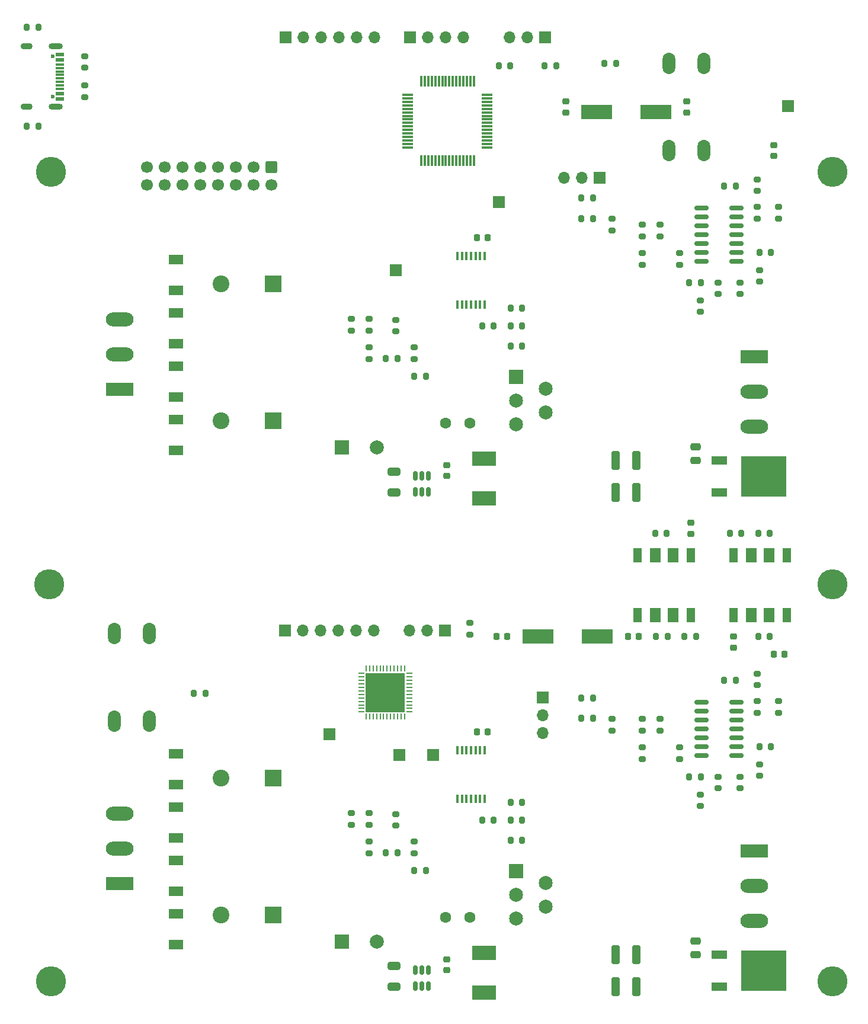
<source format=gbs>
%TF.GenerationSoftware,KiCad,Pcbnew,(6.0.7)*%
%TF.CreationDate,2022-10-24T22:46:20-04:00*%
%TF.ProjectId,LabPowerSupply,4c616250-6f77-4657-9253-7570706c792e,rev?*%
%TF.SameCoordinates,Original*%
%TF.FileFunction,Soldermask,Bot*%
%TF.FilePolarity,Negative*%
%FSLAX46Y46*%
G04 Gerber Fmt 4.6, Leading zero omitted, Abs format (unit mm)*
G04 Created by KiCad (PCBNEW (6.0.7)) date 2022-10-24 22:46:20*
%MOMM*%
%LPD*%
G01*
G04 APERTURE LIST*
G04 Aperture macros list*
%AMRoundRect*
0 Rectangle with rounded corners*
0 $1 Rounding radius*
0 $2 $3 $4 $5 $6 $7 $8 $9 X,Y pos of 4 corners*
0 Add a 4 corners polygon primitive as box body*
4,1,4,$2,$3,$4,$5,$6,$7,$8,$9,$2,$3,0*
0 Add four circle primitives for the rounded corners*
1,1,$1+$1,$2,$3*
1,1,$1+$1,$4,$5*
1,1,$1+$1,$6,$7*
1,1,$1+$1,$8,$9*
0 Add four rect primitives between the rounded corners*
20,1,$1+$1,$2,$3,$4,$5,0*
20,1,$1+$1,$4,$5,$6,$7,0*
20,1,$1+$1,$6,$7,$8,$9,0*
20,1,$1+$1,$8,$9,$2,$3,0*%
G04 Aperture macros list end*
%ADD10C,1.600000*%
%ADD11R,1.700000X1.700000*%
%ADD12O,1.700000X1.700000*%
%ADD13R,3.960000X1.980000*%
%ADD14O,3.960000X1.980000*%
%ADD15R,2.400000X2.400000*%
%ADD16C,2.400000*%
%ADD17R,2.000000X2.000000*%
%ADD18C,2.000000*%
%ADD19O,1.850000X3.048000*%
%ADD20R,1.995000X1.995000*%
%ADD21C,1.995000*%
%ADD22C,4.300000*%
%ADD23RoundRect,0.250000X-0.600000X0.600000X-0.600000X-0.600000X0.600000X-0.600000X0.600000X0.600000X0*%
%ADD24C,1.700000*%
%ADD25RoundRect,0.250000X-0.650000X0.325000X-0.650000X-0.325000X0.650000X-0.325000X0.650000X0.325000X0*%
%ADD26RoundRect,0.225000X-0.250000X0.225000X-0.250000X-0.225000X0.250000X-0.225000X0.250000X0.225000X0*%
%ADD27RoundRect,0.200000X0.275000X-0.200000X0.275000X0.200000X-0.275000X0.200000X-0.275000X-0.200000X0*%
%ADD28RoundRect,0.200000X0.200000X0.275000X-0.200000X0.275000X-0.200000X-0.275000X0.200000X-0.275000X0*%
%ADD29R,2.100000X1.400000*%
%ADD30RoundRect,0.250000X-0.325000X-1.100000X0.325000X-1.100000X0.325000X1.100000X-0.325000X1.100000X0*%
%ADD31RoundRect,0.200000X-0.200000X-0.275000X0.200000X-0.275000X0.200000X0.275000X-0.200000X0.275000X0*%
%ADD32RoundRect,0.200000X-0.275000X0.200000X-0.275000X-0.200000X0.275000X-0.200000X0.275000X0.200000X0*%
%ADD33RoundRect,0.075000X0.700000X0.075000X-0.700000X0.075000X-0.700000X-0.075000X0.700000X-0.075000X0*%
%ADD34RoundRect,0.075000X0.075000X0.700000X-0.075000X0.700000X-0.075000X-0.700000X0.075000X-0.700000X0*%
%ADD35R,0.400000X1.200000*%
%ADD36R,1.170000X2.000000*%
%ADD37R,1.520000X2.000000*%
%ADD38RoundRect,0.225000X0.250000X-0.225000X0.250000X0.225000X-0.250000X0.225000X-0.250000X-0.225000X0*%
%ADD39R,2.200000X1.200000*%
%ADD40R,6.400000X5.800000*%
%ADD41R,3.400000X2.000000*%
%ADD42RoundRect,0.250000X0.475000X-0.250000X0.475000X0.250000X-0.475000X0.250000X-0.475000X-0.250000X0*%
%ADD43RoundRect,0.225000X-0.225000X-0.250000X0.225000X-0.250000X0.225000X0.250000X-0.225000X0.250000X0*%
%ADD44RoundRect,0.225000X0.225000X0.250000X-0.225000X0.250000X-0.225000X-0.250000X0.225000X-0.250000X0*%
%ADD45RoundRect,0.150000X0.825000X0.150000X-0.825000X0.150000X-0.825000X-0.150000X0.825000X-0.150000X0*%
%ADD46R,4.500000X2.000000*%
%ADD47RoundRect,0.062500X0.375000X0.062500X-0.375000X0.062500X-0.375000X-0.062500X0.375000X-0.062500X0*%
%ADD48RoundRect,0.062500X0.062500X0.375000X-0.062500X0.375000X-0.062500X-0.375000X0.062500X-0.375000X0*%
%ADD49R,5.600000X5.600000*%
%ADD50RoundRect,0.150000X0.150000X-0.512500X0.150000X0.512500X-0.150000X0.512500X-0.150000X-0.512500X0*%
%ADD51C,0.600000*%
%ADD52R,1.160000X0.600000*%
%ADD53R,1.160000X0.300000*%
%ADD54O,2.000000X0.900000*%
%ADD55O,1.700000X0.900000*%
G04 APERTURE END LIST*
D10*
%TO.C,C2_SVR1*%
X101219000Y-89789000D03*
X97719000Y-89789000D03*
%TD*%
D11*
%TO.C,J_Boot1*%
X111974000Y-34671000D03*
D12*
X109434000Y-34671000D03*
X106894000Y-34671000D03*
%TD*%
D11*
%TO.C,ADC342_1*%
X119746000Y-54737000D03*
D12*
X117206000Y-54737000D03*
X114666000Y-54737000D03*
%TD*%
D13*
%TO.C,Output1*%
X141839000Y-80264000D03*
D14*
X141839000Y-85264000D03*
X141839000Y-90264000D03*
%TD*%
D11*
%TO.C,D1_2*%
X91186000Y-137160000D03*
%TD*%
D15*
%TO.C,C1_BR2*%
X73152000Y-140462000D03*
D16*
X65652000Y-140462000D03*
%TD*%
D11*
%TO.C,D2_2*%
X81153000Y-134239000D03*
%TD*%
%TO.C,J_Boot2*%
X97648000Y-119405000D03*
D12*
X95108000Y-119405000D03*
X92568000Y-119405000D03*
%TD*%
D15*
%TO.C,C1_BR1*%
X73152000Y-69850000D03*
D16*
X65652000Y-69850000D03*
%TD*%
D11*
%TO.C,ADC342_2*%
X111633000Y-128920000D03*
D12*
X111633000Y-131460000D03*
X111633000Y-134000000D03*
%TD*%
D15*
%TO.C,C2_BR2*%
X73152000Y-160020000D03*
D16*
X65652000Y-160020000D03*
%TD*%
D17*
%TO.C,C5_CP2*%
X82976323Y-163830000D03*
D18*
X87976323Y-163830000D03*
%TD*%
D19*
%TO.C,SW_Reset1*%
X134707000Y-50837000D03*
X134707000Y-38337000D03*
X129707000Y-50837000D03*
X129707000Y-38337000D03*
%TD*%
D15*
%TO.C,C2_BR1*%
X73152000Y-89408000D03*
D16*
X65652000Y-89408000D03*
%TD*%
D11*
%TO.C,D2_1*%
X146685000Y-44450000D03*
%TD*%
D13*
%TO.C,Input1*%
X51191000Y-84963000D03*
D14*
X51191000Y-79963000D03*
X51191000Y-74963000D03*
%TD*%
D20*
%TO.C,Linear2*%
X107844000Y-153726000D03*
D21*
X112035000Y-155426000D03*
X107844000Y-157126000D03*
X112035000Y-158826000D03*
X107844000Y-160526000D03*
%TD*%
D13*
%TO.C,Input2*%
X51191000Y-155575000D03*
D14*
X51191000Y-150575000D03*
X51191000Y-145575000D03*
%TD*%
D22*
%TO.C,REF\u002A\u002A*%
X41148000Y-112776000D03*
%TD*%
%TO.C,REF\u002A\u002A*%
X41402000Y-169545000D03*
%TD*%
D10*
%TO.C,C2_SVR2*%
X101219000Y-160401000D03*
X97719000Y-160401000D03*
%TD*%
D17*
%TO.C,C5_CP1*%
X82976323Y-93218000D03*
D18*
X87976323Y-93218000D03*
%TD*%
D22*
%TO.C,REF\u002A\u002A*%
X153035000Y-112776000D03*
%TD*%
D11*
%TO.C,A1_1*%
X105410000Y-58166000D03*
%TD*%
D20*
%TO.C,Linear1*%
X107844000Y-83114000D03*
D21*
X112035000Y-84814000D03*
X107844000Y-86514000D03*
X112035000Y-88214000D03*
X107844000Y-89914000D03*
%TD*%
D22*
%TO.C,REF\u002A\u002A*%
X41402000Y-53848000D03*
%TD*%
D11*
%TO.C,D1_1*%
X90678000Y-67945000D03*
%TD*%
D13*
%TO.C,Output2*%
X141839000Y-150876000D03*
D14*
X141839000Y-155876000D03*
X141839000Y-160876000D03*
%TD*%
D11*
%TO.C,J_STLink1*%
X74930000Y-34671000D03*
D12*
X77470000Y-34671000D03*
X80010000Y-34671000D03*
X82550000Y-34671000D03*
X85090000Y-34671000D03*
X87630000Y-34671000D03*
%TD*%
D11*
%TO.C,A1_2*%
X96012000Y-137160000D03*
%TD*%
D23*
%TO.C,Front_Panel1*%
X72898000Y-53213000D03*
D24*
X72898000Y-55753000D03*
X70358000Y-53213000D03*
X70358000Y-55753000D03*
X67818000Y-53213000D03*
X67818000Y-55753000D03*
X65278000Y-53213000D03*
X65278000Y-55753000D03*
X62738000Y-53213000D03*
X62738000Y-55753000D03*
X60198000Y-53213000D03*
X60198000Y-55753000D03*
X57658000Y-53213000D03*
X57658000Y-55753000D03*
X55118000Y-53213000D03*
X55118000Y-55753000D03*
%TD*%
D22*
%TO.C,REF\u002A\u002A*%
X153035000Y-169545000D03*
%TD*%
D11*
%TO.C,J_I2C1*%
X92710000Y-34671000D03*
D12*
X95250000Y-34671000D03*
X97790000Y-34671000D03*
X100330000Y-34671000D03*
%TD*%
D22*
%TO.C,REF\u002A\u002A*%
X153035000Y-53848000D03*
%TD*%
D11*
%TO.C,J_STLink2*%
X74803000Y-119380000D03*
D12*
X77343000Y-119380000D03*
X79883000Y-119380000D03*
X82423000Y-119380000D03*
X84963000Y-119380000D03*
X87503000Y-119380000D03*
%TD*%
D19*
%TO.C,SW_Reset2*%
X50459000Y-132351000D03*
X50459000Y-119851000D03*
X55459000Y-119851000D03*
X55459000Y-132351000D03*
%TD*%
D25*
%TO.C,C1_5V1*%
X90424000Y-96696000D03*
X90424000Y-99646000D03*
%TD*%
D26*
%TO.C,C2_5V1*%
X97917000Y-95745000D03*
X97917000Y-97295000D03*
%TD*%
D27*
%TO.C,R31_SVR1*%
X86868000Y-80581000D03*
X86868000Y-78931000D03*
%TD*%
%TO.C,R_USB2*%
X46228000Y-43180000D03*
X46228000Y-41530000D03*
%TD*%
%TO.C,R91_OA2*%
X125857000Y-137731000D03*
X125857000Y-136081000D03*
%TD*%
D28*
%TO.C,R13_LVR1*%
X108697000Y-78767500D03*
X107047000Y-78767500D03*
%TD*%
D29*
%TO.C,D2_BR1*%
X59192000Y-66380000D03*
X59192000Y-70780000D03*
%TD*%
D30*
%TO.C,C3_5V2*%
X122096000Y-170307000D03*
X125046000Y-170307000D03*
%TD*%
D31*
%TO.C,R_Reset1*%
X120460000Y-38354000D03*
X122110000Y-38354000D03*
%TD*%
D28*
%TO.C,R7_SVR2*%
X94932000Y-153705000D03*
X93282000Y-153705000D03*
%TD*%
D25*
%TO.C,C1_5V2*%
X90424000Y-167308000D03*
X90424000Y-170258000D03*
%TD*%
D31*
%TO.C,R2_SVR1*%
X89218000Y-80518000D03*
X90868000Y-80518000D03*
%TD*%
D32*
%TO.C,R12_OA2*%
X142272500Y-129477000D03*
X142272500Y-131127000D03*
%TD*%
D28*
%TO.C,R_Reset2*%
X63436000Y-128397000D03*
X61786000Y-128397000D03*
%TD*%
D31*
%TO.C,R4_LVR2*%
X102983000Y-146458500D03*
X104633000Y-146458500D03*
%TD*%
D33*
%TO.C,MCU_1*%
X103719000Y-42859000D03*
X103719000Y-43359000D03*
X103719000Y-43859000D03*
X103719000Y-44359000D03*
X103719000Y-44859000D03*
X103719000Y-45359000D03*
X103719000Y-45859000D03*
X103719000Y-46359000D03*
X103719000Y-46859000D03*
X103719000Y-47359000D03*
X103719000Y-47859000D03*
X103719000Y-48359000D03*
X103719000Y-48859000D03*
X103719000Y-49359000D03*
X103719000Y-49859000D03*
X103719000Y-50359000D03*
D34*
X101794000Y-52284000D03*
X101294000Y-52284000D03*
X100794000Y-52284000D03*
X100294000Y-52284000D03*
X99794000Y-52284000D03*
X99294000Y-52284000D03*
X98794000Y-52284000D03*
X98294000Y-52284000D03*
X97794000Y-52284000D03*
X97294000Y-52284000D03*
X96794000Y-52284000D03*
X96294000Y-52284000D03*
X95794000Y-52284000D03*
X95294000Y-52284000D03*
X94794000Y-52284000D03*
X94294000Y-52284000D03*
D33*
X92369000Y-50359000D03*
X92369000Y-49859000D03*
X92369000Y-49359000D03*
X92369000Y-48859000D03*
X92369000Y-48359000D03*
X92369000Y-47859000D03*
X92369000Y-47359000D03*
X92369000Y-46859000D03*
X92369000Y-46359000D03*
X92369000Y-45859000D03*
X92369000Y-45359000D03*
X92369000Y-44859000D03*
X92369000Y-44359000D03*
X92369000Y-43859000D03*
X92369000Y-43359000D03*
X92369000Y-42859000D03*
D34*
X94294000Y-40934000D03*
X94794000Y-40934000D03*
X95294000Y-40934000D03*
X95794000Y-40934000D03*
X96294000Y-40934000D03*
X96794000Y-40934000D03*
X97294000Y-40934000D03*
X97794000Y-40934000D03*
X98294000Y-40934000D03*
X98794000Y-40934000D03*
X99294000Y-40934000D03*
X99794000Y-40934000D03*
X100294000Y-40934000D03*
X100794000Y-40934000D03*
X101294000Y-40934000D03*
X101794000Y-40934000D03*
%TD*%
D35*
%TO.C,Inverter2*%
X103345000Y-143431500D03*
X102695000Y-143431500D03*
X102045000Y-143431500D03*
X101395000Y-143431500D03*
X100745000Y-143431500D03*
X100095000Y-143431500D03*
X99445000Y-143431500D03*
X99445000Y-136531500D03*
X100095000Y-136531500D03*
X100745000Y-136531500D03*
X101395000Y-136531500D03*
X102045000Y-136531500D03*
X102695000Y-136531500D03*
X103345000Y-136531500D03*
%TD*%
D36*
%TO.C,Optocoupler1*%
X138938000Y-108603000D03*
D37*
X141478000Y-108603000D03*
X144018000Y-108603000D03*
D36*
X146558000Y-108603000D03*
X146558000Y-117203000D03*
D37*
X144018000Y-117203000D03*
X141478000Y-117203000D03*
D36*
X138938000Y-117203000D03*
%TD*%
D32*
%TO.C,R_USB1*%
X46228000Y-37339000D03*
X46228000Y-38989000D03*
%TD*%
D28*
%TO.C,R2_LVR2*%
X108697000Y-143920500D03*
X107047000Y-143920500D03*
%TD*%
D29*
%TO.C,D1_BR1*%
X59192000Y-74000000D03*
X59192000Y-78400000D03*
%TD*%
D28*
%TO.C,R22_CS2*%
X118808000Y-131953000D03*
X117158000Y-131953000D03*
%TD*%
D31*
%TO.C,R4_LVR1*%
X102983000Y-75846500D03*
X104633000Y-75846500D03*
%TD*%
D38*
%TO.C,C_OPT2*%
X138938000Y-121806000D03*
X138938000Y-120256000D03*
%TD*%
D28*
%TO.C,R22_CS1*%
X118808000Y-60516000D03*
X117158000Y-60516000D03*
%TD*%
D31*
%TO.C,R_OPT2*%
X131890000Y-120269000D03*
X133540000Y-120269000D03*
%TD*%
D27*
%TO.C,R32_SVR1*%
X86868000Y-76517000D03*
X86868000Y-74867000D03*
%TD*%
D32*
%TO.C,R10_OA2*%
X128397000Y-132017000D03*
X128397000Y-133667000D03*
%TD*%
D38*
%TO.C,C5_SVR1*%
X144653000Y-51575000D03*
X144653000Y-50025000D03*
%TD*%
D32*
%TO.C,R7_OA2*%
X131223500Y-136081000D03*
X131223500Y-137731000D03*
%TD*%
D26*
%TO.C,C2_5V2*%
X97917000Y-166357000D03*
X97917000Y-167907000D03*
%TD*%
D28*
%TO.C,R2_Boot1*%
X106997000Y-38735000D03*
X105347000Y-38735000D03*
%TD*%
%TO.C,R13_LVR2*%
X108697000Y-149379500D03*
X107047000Y-149379500D03*
%TD*%
D26*
%TO.C,C_OPT1*%
X132842000Y-104000000D03*
X132842000Y-105550000D03*
%TD*%
D28*
%TO.C,R_CC2*%
X39560000Y-33211000D03*
X37910000Y-33211000D03*
%TD*%
D31*
%TO.C,R1_Boot1*%
X111926000Y-38735000D03*
X113576000Y-38735000D03*
%TD*%
D27*
%TO.C,R11_OA2*%
X136684500Y-141922000D03*
X136684500Y-140272000D03*
%TD*%
D32*
%TO.C,R6_SVR1*%
X84328000Y-74867000D03*
X84328000Y-76517000D03*
%TD*%
D39*
%TO.C,U_3V1*%
X136897000Y-99688000D03*
D40*
X143197000Y-97408000D03*
D39*
X136897000Y-95128000D03*
%TD*%
D27*
%TO.C,R41_SVR2*%
X90678000Y-147256000D03*
X90678000Y-145606000D03*
%TD*%
D41*
%TO.C,L_5V1*%
X103251000Y-94813000D03*
X103251000Y-100513000D03*
%TD*%
D42*
%TO.C,C2_3V2*%
X133477000Y-165669000D03*
X133477000Y-163769000D03*
%TD*%
D27*
%TO.C,R2_OA1*%
X145320500Y-60515000D03*
X145320500Y-58865000D03*
%TD*%
D28*
%TO.C,R7_SVR1*%
X94932000Y-83093000D03*
X93282000Y-83093000D03*
%TD*%
D31*
%TO.C,R6_OA1*%
X142590500Y-65405000D03*
X144240500Y-65405000D03*
%TD*%
%TO.C,R6_OA2*%
X142590500Y-136017000D03*
X144240500Y-136017000D03*
%TD*%
D28*
%TO.C,R3_LVR2*%
X108697000Y-146460500D03*
X107047000Y-146460500D03*
%TD*%
D31*
%TO.C,R3_CS2*%
X117158000Y-129032000D03*
X118808000Y-129032000D03*
%TD*%
D28*
%TO.C,R2_LVR1*%
X108697000Y-73308500D03*
X107047000Y-73308500D03*
%TD*%
D27*
%TO.C,R4_OA2*%
X134144500Y-144462000D03*
X134144500Y-142812000D03*
%TD*%
D31*
%TO.C,R_OPT5*%
X142431000Y-105537000D03*
X144081000Y-105537000D03*
%TD*%
%TO.C,R2_SVR2*%
X89218000Y-151130000D03*
X90868000Y-151130000D03*
%TD*%
D27*
%TO.C,R11_OA1*%
X136684500Y-71310000D03*
X136684500Y-69660000D03*
%TD*%
%TO.C,R41_SVR1*%
X90678000Y-76644000D03*
X90678000Y-74994000D03*
%TD*%
D43*
%TO.C,C1_Y2*%
X105016000Y-120269000D03*
X106566000Y-120269000D03*
%TD*%
D27*
%TO.C,R4_OA1*%
X134144500Y-73850000D03*
X134144500Y-72200000D03*
%TD*%
D28*
%TO.C,R8_OA2*%
X134207500Y-140335000D03*
X132557500Y-140335000D03*
%TD*%
D27*
%TO.C,R52_OA1*%
X142653500Y-69532000D03*
X142653500Y-67882000D03*
%TD*%
%TO.C,R21_CS1*%
X121539000Y-62230000D03*
X121539000Y-60580000D03*
%TD*%
D32*
%TO.C,R7_OA1*%
X131223500Y-65469000D03*
X131223500Y-67119000D03*
%TD*%
D30*
%TO.C,C1_3V1*%
X122096000Y-95123000D03*
X125046000Y-95123000D03*
%TD*%
D32*
%TO.C,R10_OA1*%
X128397000Y-61405000D03*
X128397000Y-63055000D03*
%TD*%
D27*
%TO.C,R1_Boot2*%
X101219000Y-119951000D03*
X101219000Y-118301000D03*
%TD*%
%TO.C,R92_OA2*%
X125857000Y-133667000D03*
X125857000Y-132017000D03*
%TD*%
%TO.C,R42_SVR2*%
X93281500Y-151193000D03*
X93281500Y-149543000D03*
%TD*%
%TO.C,R91_OA1*%
X125857000Y-67119000D03*
X125857000Y-65469000D03*
%TD*%
D43*
%TO.C,C_INV2*%
X102222000Y-133858000D03*
X103772000Y-133858000D03*
%TD*%
D32*
%TO.C,R51_OA1*%
X139859500Y-69660000D03*
X139859500Y-71310000D03*
%TD*%
D29*
%TO.C,D4_BR1*%
X59192000Y-93640000D03*
X59192000Y-89240000D03*
%TD*%
D36*
%TO.C,Optocoupler2*%
X132842000Y-117203000D03*
D37*
X130302000Y-117203000D03*
X127762000Y-117203000D03*
D36*
X125222000Y-117203000D03*
X125222000Y-108603000D03*
D37*
X127762000Y-108603000D03*
X130302000Y-108603000D03*
D36*
X132842000Y-108603000D03*
%TD*%
D29*
%TO.C,D3_BR1*%
X59192000Y-86020000D03*
X59192000Y-81620000D03*
%TD*%
D28*
%TO.C,R_OPT4*%
X144081000Y-120269000D03*
X142431000Y-120269000D03*
%TD*%
D44*
%TO.C,C2_Y2*%
X125362000Y-120269000D03*
X123812000Y-120269000D03*
%TD*%
D29*
%TO.C,D2_BR2*%
X59192000Y-136992000D03*
X59192000Y-141392000D03*
%TD*%
D39*
%TO.C,U_3V2*%
X136897000Y-170300000D03*
D40*
X143197000Y-168020000D03*
D39*
X136897000Y-165740000D03*
%TD*%
D27*
%TO.C,R32_SVR2*%
X86868000Y-147129000D03*
X86868000Y-145479000D03*
%TD*%
D41*
%TO.C,L_5V2*%
X103251000Y-165425000D03*
X103251000Y-171125000D03*
%TD*%
D32*
%TO.C,R12_OA1*%
X142272500Y-58865000D03*
X142272500Y-60515000D03*
%TD*%
D27*
%TO.C,R52_OA2*%
X142653500Y-140144000D03*
X142653500Y-138494000D03*
%TD*%
D45*
%TO.C,OpAmp1*%
X139286500Y-59055000D03*
X139286500Y-60325000D03*
X139286500Y-61595000D03*
X139286500Y-62865000D03*
X139286500Y-64135000D03*
X139286500Y-65405000D03*
X139286500Y-66675000D03*
X134336500Y-66675000D03*
X134336500Y-65405000D03*
X134336500Y-64135000D03*
X134336500Y-62865000D03*
X134336500Y-61595000D03*
X134336500Y-60325000D03*
X134336500Y-59055000D03*
%TD*%
D30*
%TO.C,C3_5V1*%
X122096000Y-99695000D03*
X125046000Y-99695000D03*
%TD*%
D27*
%TO.C,R42_SVR1*%
X93281500Y-80581000D03*
X93281500Y-78931000D03*
%TD*%
D29*
%TO.C,D4_BR2*%
X59192000Y-164252000D03*
X59192000Y-159852000D03*
%TD*%
D31*
%TO.C,R3_CS1*%
X117158000Y-57595000D03*
X118808000Y-57595000D03*
%TD*%
D26*
%TO.C,C2_Y1*%
X132207000Y-43802000D03*
X132207000Y-45352000D03*
%TD*%
D28*
%TO.C,R8_OA1*%
X134207500Y-69723000D03*
X132557500Y-69723000D03*
%TD*%
D43*
%TO.C,C5_SVR2*%
X144640000Y-122809000D03*
X146190000Y-122809000D03*
%TD*%
D30*
%TO.C,C1_3V2*%
X122096000Y-165735000D03*
X125046000Y-165735000D03*
%TD*%
D46*
%TO.C,Y2*%
X119439000Y-120269000D03*
X110939000Y-120269000D03*
%TD*%
D27*
%TO.C,R31_SVR2*%
X86868000Y-151193000D03*
X86868000Y-149543000D03*
%TD*%
D26*
%TO.C,C1_Y1*%
X114935000Y-43802000D03*
X114935000Y-45352000D03*
%TD*%
D27*
%TO.C,R92_OA1*%
X125857000Y-63055000D03*
X125857000Y-61405000D03*
%TD*%
D46*
%TO.C,Y1*%
X127821000Y-45339000D03*
X119321000Y-45339000D03*
%TD*%
D27*
%TO.C,R21_CS2*%
X121539000Y-133667000D03*
X121539000Y-132017000D03*
%TD*%
%TO.C,R2_OA2*%
X145320500Y-131127000D03*
X145320500Y-129477000D03*
%TD*%
D45*
%TO.C,OpAmp2*%
X139286500Y-129667000D03*
X139286500Y-130937000D03*
X139286500Y-132207000D03*
X139286500Y-133477000D03*
X139286500Y-134747000D03*
X139286500Y-136017000D03*
X139286500Y-137287000D03*
X134336500Y-137287000D03*
X134336500Y-136017000D03*
X134336500Y-134747000D03*
X134336500Y-133477000D03*
X134336500Y-132207000D03*
X134336500Y-130937000D03*
X134336500Y-129667000D03*
%TD*%
D31*
%TO.C,R_OPT1*%
X138367000Y-105537000D03*
X140017000Y-105537000D03*
%TD*%
D28*
%TO.C,R_CC1*%
X39560000Y-47308000D03*
X37910000Y-47308000D03*
%TD*%
D32*
%TO.C,R13_OA2*%
X142272500Y-125540000D03*
X142272500Y-127190000D03*
%TD*%
D47*
%TO.C,MCU_2*%
X92591500Y-125520000D03*
X92591500Y-126020000D03*
X92591500Y-126520000D03*
X92591500Y-127020000D03*
X92591500Y-127520000D03*
X92591500Y-128020000D03*
X92591500Y-128520000D03*
X92591500Y-129020000D03*
X92591500Y-129520000D03*
X92591500Y-130020000D03*
X92591500Y-130520000D03*
X92591500Y-131020000D03*
D48*
X91904000Y-131707500D03*
X91404000Y-131707500D03*
X90904000Y-131707500D03*
X90404000Y-131707500D03*
X89904000Y-131707500D03*
X89404000Y-131707500D03*
X88904000Y-131707500D03*
X88404000Y-131707500D03*
X87904000Y-131707500D03*
X87404000Y-131707500D03*
X86904000Y-131707500D03*
X86404000Y-131707500D03*
D47*
X85716500Y-131020000D03*
X85716500Y-130520000D03*
X85716500Y-130020000D03*
X85716500Y-129520000D03*
X85716500Y-129020000D03*
X85716500Y-128520000D03*
X85716500Y-128020000D03*
X85716500Y-127520000D03*
X85716500Y-127020000D03*
X85716500Y-126520000D03*
X85716500Y-126020000D03*
X85716500Y-125520000D03*
D48*
X86404000Y-124832500D03*
X86904000Y-124832500D03*
X87404000Y-124832500D03*
X87904000Y-124832500D03*
X88404000Y-124832500D03*
X88904000Y-124832500D03*
X89404000Y-124832500D03*
X89904000Y-124832500D03*
X90404000Y-124832500D03*
X90904000Y-124832500D03*
X91404000Y-124832500D03*
X91904000Y-124832500D03*
D49*
X89154000Y-128270000D03*
%TD*%
D28*
%TO.C,R3_OA1*%
X139211300Y-55880000D03*
X137561300Y-55880000D03*
%TD*%
D32*
%TO.C,R13_OA1*%
X142272500Y-54928000D03*
X142272500Y-56578000D03*
%TD*%
D31*
%TO.C,R_OPT6*%
X127826000Y-120269000D03*
X129476000Y-120269000D03*
%TD*%
D28*
%TO.C,R3_LVR1*%
X108697000Y-75848500D03*
X107047000Y-75848500D03*
%TD*%
D50*
%TO.C,U_5V2*%
X95311000Y-170174500D03*
X94361000Y-170174500D03*
X93411000Y-170174500D03*
X93411000Y-167899500D03*
X94361000Y-167899500D03*
X95311000Y-167899500D03*
%TD*%
D43*
%TO.C,C_INV1*%
X102222000Y-63246000D03*
X103772000Y-63246000D03*
%TD*%
D42*
%TO.C,C2_3V1*%
X133477000Y-95057000D03*
X133477000Y-93157000D03*
%TD*%
D28*
%TO.C,R3_OA2*%
X139211300Y-126492000D03*
X137561300Y-126492000D03*
%TD*%
D29*
%TO.C,D1_BR2*%
X59192000Y-144612000D03*
X59192000Y-149012000D03*
%TD*%
D31*
%TO.C,R_OPT3*%
X127699000Y-105537000D03*
X129349000Y-105537000D03*
%TD*%
D32*
%TO.C,R6_SVR2*%
X84328000Y-145479000D03*
X84328000Y-147129000D03*
%TD*%
D51*
%TO.C,J_USB1*%
X41582000Y-43149000D03*
X41582000Y-37369000D03*
D52*
X42642000Y-43459000D03*
X42642000Y-42659000D03*
D53*
X42642000Y-41509000D03*
X42642000Y-40509000D03*
X42642000Y-40009000D03*
X42642000Y-39009000D03*
D52*
X42642000Y-37859000D03*
X42642000Y-37059000D03*
X42642000Y-37059000D03*
X42642000Y-37859000D03*
D53*
X42642000Y-38509000D03*
X42642000Y-39509000D03*
X42642000Y-41009000D03*
X42642000Y-42009000D03*
D52*
X42642000Y-42659000D03*
X42642000Y-43459000D03*
D54*
X42062000Y-44579000D03*
X42062000Y-35939000D03*
D55*
X37892000Y-35939000D03*
X37892000Y-44579000D03*
%TD*%
D29*
%TO.C,D3_BR2*%
X59192000Y-156632000D03*
X59192000Y-152232000D03*
%TD*%
D50*
%TO.C,U_5V1*%
X95311000Y-99562500D03*
X94361000Y-99562500D03*
X93411000Y-99562500D03*
X93411000Y-97287500D03*
X94361000Y-97287500D03*
X95311000Y-97287500D03*
%TD*%
D35*
%TO.C,Inverter1*%
X103345000Y-72819500D03*
X102695000Y-72819500D03*
X102045000Y-72819500D03*
X101395000Y-72819500D03*
X100745000Y-72819500D03*
X100095000Y-72819500D03*
X99445000Y-72819500D03*
X99445000Y-65919500D03*
X100095000Y-65919500D03*
X100745000Y-65919500D03*
X101395000Y-65919500D03*
X102045000Y-65919500D03*
X102695000Y-65919500D03*
X103345000Y-65919500D03*
%TD*%
D32*
%TO.C,R51_OA2*%
X139859500Y-140272000D03*
X139859500Y-141922000D03*
%TD*%
M02*

</source>
